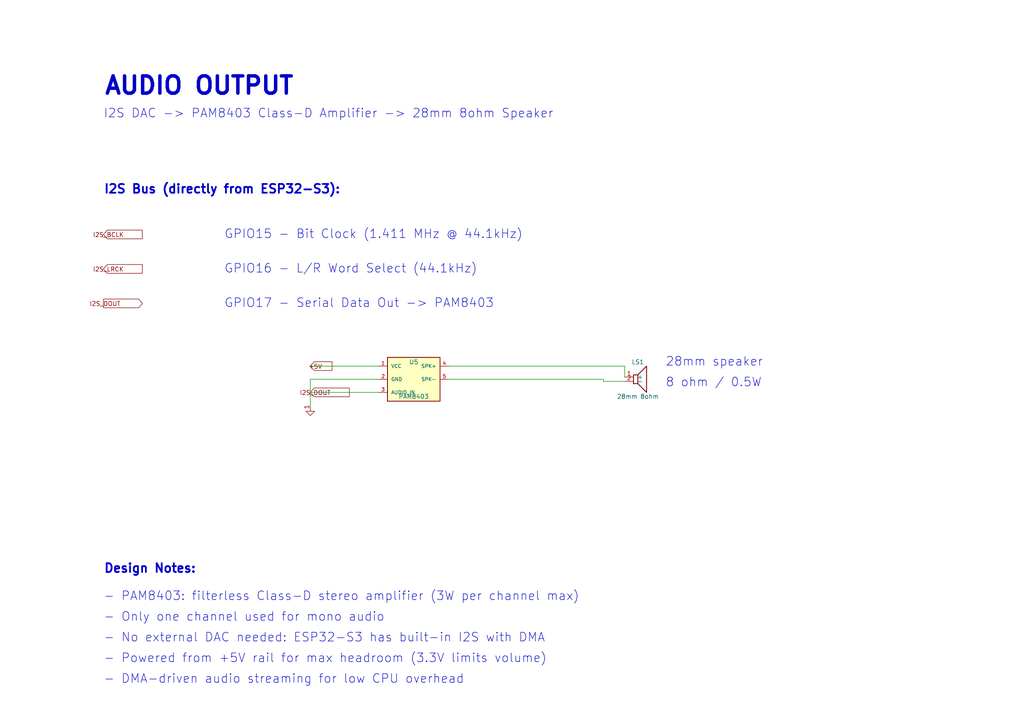
<source format=kicad_sch>
(kicad_sch (version 20231120) (generator "eeschema") (generator_version "9.0")
  (paper "A4")
  (title_block (title "Audio - I2S -> PAM8403 -> Speaker") (comment 1 "ESP32 Emu Turbo - Handheld Retro Console") (comment 2 "Generated by scripts/generate_schematics"))
  (lib_symbols
    (symbol "PAM8403_Module" (pin_names (offset 1.016))
      (property "Reference" "U" (at 0 7.62 0))
      (property "Value" "PAM8403" (at 0 -7.62 0))
      (symbol "PAM8403_Module_0_1"
        (rectangle (start -7.62 6.35) (end 7.62 -6.35) (stroke (width 0.254)) (fill (type background)))
      )
      (symbol "PAM8403_Module_1_1"
        (pin power_in line (at -10.16 3.81 0) (length 2.54) (name "VCC") (number "1"))
        (pin power_in line (at -10.16 0 0) (length 2.54) (name "GND") (number "2"))
        (pin input line (at -10.16 -3.81 0) (length 2.54) (name "AUDIO_IN") (number "3"))
        (pin output line (at 10.16 3.81 180) (length 2.54) (name "SPK+") (number "4"))
        (pin output line (at 10.16 0 180) (length 2.54) (name "SPK-") (number "5"))
      )
    )
    (symbol "Speaker" (pin_names (offset 1.016))
      (property "Reference" "LS" (at 2.54 2.54 0))
      (property "Value" "Speaker" (at 0 -5.08 0))
      (symbol "Speaker_0_1"
        (rectangle (start -1.27 1.27) (end 0 -1.27) (stroke (width 0.254)))
        (polyline (pts (xy 0 1.27) (xy 2.54 3.81) (xy 2.54 -3.81) (xy 0 -1.27)) (stroke (width 0.254)))
      )
      (symbol "Speaker_1_1"
        (pin passive line (at -3.81 0.635 0) (length 2.54) (name "+") (number "1"))
        (pin passive line (at -3.81 -0.635 0) (length 2.54) (name "-") (number "2"))
      )
    )
    (symbol "+3V3" (pin_names (offset 0) hide) (in_bom no) (on_board no)
      (property "Value" "+3V3" (at 0 3.81 0))
      (symbol "+3V3_0_1"
        (polyline (pts (xy -0.762 1.27) (xy 0 2.54)))
        (polyline (pts (xy 0 0) (xy 0 2.54)))
        (polyline (pts (xy 0 2.54) (xy 0.762 1.27)))
      )
      (symbol "+3V3_1_1"
        (pin power_in line (at 0 0 90) (length 0) (name "+3V3") (number "1"))
      )
    )
    (symbol "+5V" (pin_names (offset 0) hide) (in_bom no) (on_board no)
      (property "Value" "+5V" (at 0 3.81 0))
      (symbol "+5V_0_1"
        (polyline (pts (xy -0.762 1.27) (xy 0 2.54)))
        (polyline (pts (xy 0 0) (xy 0 2.54)))
        (polyline (pts (xy 0 2.54) (xy 0.762 1.27)))
      )
      (symbol "+5V_1_1"
        (pin power_in line (at 0 0 90) (length 0) (name "+5V") (number "1"))
      )
    )
    (symbol "GND" (pin_names (offset 0) hide) (in_bom no) (on_board no)
      (property "Value" "GND" (at 0 -3.81 0))
      (symbol "GND_0_1"
        (polyline (pts (xy 0 0) (xy 0 -1.27) (xy 1.27 -1.27) (xy 0 -2.54) (xy -1.27 -1.27) (xy 0 -1.27)))
      )
      (symbol "GND_1_1"
        (pin power_in line (at 0 0 270) (length 0) (name "GND") (number "1"))
      )
    )
  )
  (text "AUDIO OUTPUT" (at 30 25 0) (effects (font (size 5 5) bold) (justify left)))
  (text "I2S DAC -> PAM8403 Class-D Amplifier -> 28mm 8ohm Speaker" (at 30 33 0) (effects (font (size 2.54 2.54)) (justify left)))
  (symbol (lib_id "PAM8403_Module") (at 120 110 0) (unit 1)
    (property "Reference" "U5" (at 120 105 0))
    (property "Value" "PAM8403" (at 120 115 0))
  )
  (global_label "+5V" (shape input) (at 90 106.19 0))
  (wire (pts (xy 90 106.19) (xy 109.84 106.19)))
  (symbol (lib_id "GND") (at 90 118 0) (unit 1) (in_bom no) (on_board no)
    (property "Reference" "#PWR001" (effects hide))
    (property "Value" "GND" (effects hide))
  )
  (wire (pts (xy 109.84 110) (xy 90 110)))
  (wire (pts (xy 90 110) (xy 90 118)))
  (global_label "I2S_DOUT" (shape input) (at 90 113.81 0))
  (wire (pts (xy 90 113.81) (xy 109.84 113.81)))
  (text "I2S Bus (directly from ESP32-S3):" (at 30 55 0) (effects (font (size 2.54 2.54) bold) (justify left)))
  (global_label "I2S_BCLK" (shape input) (at 30 68 0))
  (text "GPIO15 - Bit Clock (1.411 MHz @ 44.1kHz)" (at 65 68 0) (effects (font (size 2.54 2.54)) (justify left)))
  (global_label "I2S_LRCK" (shape input) (at 30 78 0))
  (text "GPIO16 - L/R Word Select (44.1kHz)" (at 65 78 0) (effects (font (size 2.54 2.54)) (justify left)))
  (global_label "I2S_DOUT" (shape output) (at 30 88 0))
  (text "GPIO17 - Serial Data Out -> PAM8403" (at 65 88 0) (effects (font (size 2.54 2.54)) (justify left)))
  (symbol (lib_id "Speaker") (at 185 110 0) (unit 1)
    (property "Reference" "LS1" (at 185 105 0))
    (property "Value" "28mm 8ohm" (at 185 115 0))
  )
  (text "28mm speaker" (at 193 105 0) (effects (font (size 2.54 2.54)) (justify left)))
  (text "8 ohm / 0.5W" (at 193 111 0) (effects (font (size 2.54 2.54)) (justify left)))
  (wire (pts (xy 130.16 106.19) (xy 181.19 106.19)))
  (wire (pts (xy 181.19 106.19) (xy 181.19 109.365)))
  (wire (pts (xy 130.16 110) (xy 175 110)))
  (wire (pts (xy 175 110) (xy 175 110.635)))
  (wire (pts (xy 175 110.635) (xy 181.19 110.635)))
  (text "Design Notes:" (at 30 165 0) (effects (font (size 2.54 2.54) bold) (justify left)))
  (text "- PAM8403: filterless Class-D stereo amplifier (3W per channel max)" (at 30 173 0) (effects (font (size 2.54 2.54)) (justify left)))
  (text "- Only one channel used for mono audio" (at 30 179 0) (effects (font (size 2.54 2.54)) (justify left)))
  (text "- No external DAC needed: ESP32-S3 has built-in I2S with DMA" (at 30 185 0) (effects (font (size 2.54 2.54)) (justify left)))
  (text "- Powered from +5V rail for max headroom (3.3V limits volume)" (at 30 191 0) (effects (font (size 2.54 2.54)) (justify left)))
  (text "- DMA-driven audio streaming for low CPU overhead" (at 30 197 0) (effects (font (size 2.54 2.54)) (justify left)))
)
</source>
